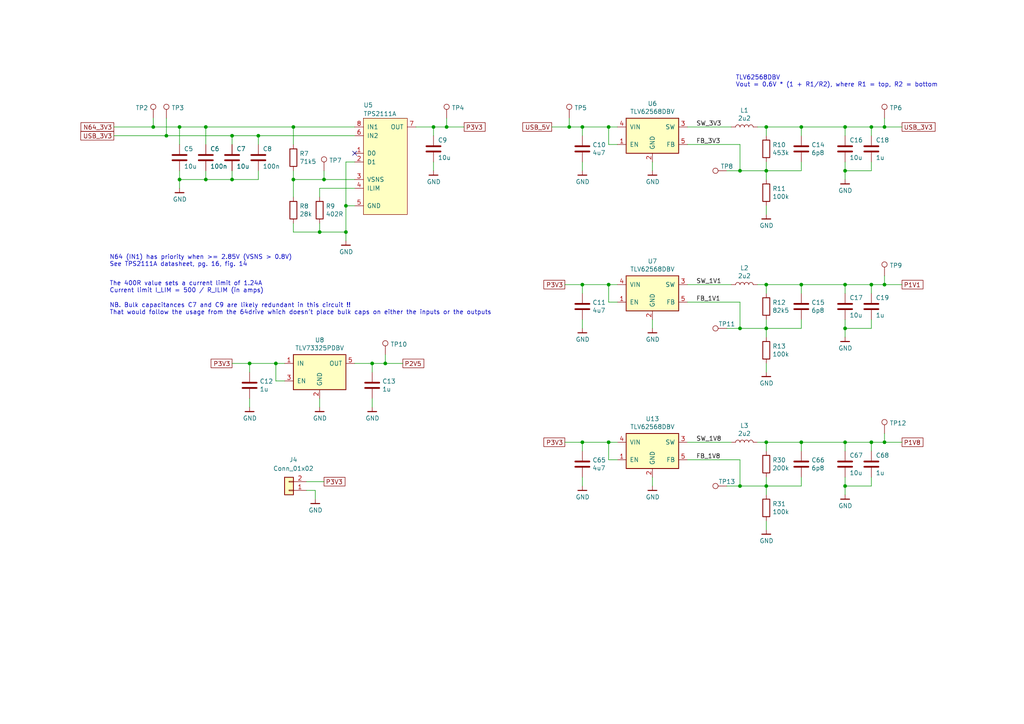
<source format=kicad_sch>
(kicad_sch (version 20231120) (generator "eeschema") (generator_version "8.0")
  (paper "A4")
  (lib_symbols
    (symbol "Connector:TestPoint" (pin_numbers hide) (pin_names (offset 0.762) hide)
      (property "Reference" "TP" (at 0 6.858 0))
      (property "Value" "TestPoint" (at 0 5.08 0))
      (symbol "TestPoint_0_1"
        (circle (center 0 3.302) (radius 0.762))
      )
      (symbol "TestPoint_1_1"
        (pin passive line (at 0 0 90) (length 2.54) (name "1") (number "1"))
      )
    )
    (symbol "Connector_Generic:Conn_01x02" (pin_names (offset 1.016) hide)
      (property "Reference" "J" (at 0 2.54 0))
      (property "Value" "Conn_01x02" (at 0 -5.08 0))
      (symbol "Conn_01x02_1_1"
        (rectangle (start -1.27 -2.413) (end 0 -2.667) (stroke (width 0.1524)))
        (rectangle (start -1.27 0.127) (end 0 -0.127) (stroke (width 0.1524)))
        (rectangle (start -1.27 1.27) (end 1.27 -3.81) (stroke (width 0.254)) (fill (type background)))
        (pin passive line (at -5.08 0 0) (length 3.81) (name "Pin_1") (number "1"))
        (pin passive line (at -5.08 -2.54 0) (length 3.81) (name "Pin_2") (number "2"))
      )
    )
    (symbol "Device:C" (pin_numbers hide) (pin_names (offset 0.254))
      (property "Reference" "C" (at 0.635 2.54 0))
      (property "Value" "C" (at 0.635 -2.54 0))
      (symbol "C_0_1"
        (polyline (pts (xy -2.032 -0.762) (xy 2.032 -0.762)) (stroke (width 0.508)))
        (polyline (pts (xy -2.032 0.762) (xy 2.032 0.762)) (stroke (width 0.508)))
      )
      (symbol "C_1_1"
        (pin passive line (at 0 3.81 270) (length 2.794) (name "~") (number "1"))
        (pin passive line (at 0 -3.81 90) (length 2.794) (name "~") (number "2"))
      )
    )
    (symbol "Device:L" (pin_numbers hide) (pin_names (offset 1.016) hide)
      (property "Reference" "L" (at -1.27 0 90))
      (property "Value" "L" (at 1.905 0 90))
      (symbol "L_0_1"
        (arc (start 0 -2.54) (mid 0.6323 -1.905) (end 0 -1.27))
        (arc (start 0 -1.27) (mid 0.6323 -0.635) (end 0 0))
        (arc (start 0 0) (mid 0.6323 0.635) (end 0 1.27))
        (arc (start 0 1.27) (mid 0.6323 1.905) (end 0 2.54))
      )
      (symbol "L_1_1"
        (pin passive line (at 0 3.81 270) (length 1.27) (name "1") (number "1"))
        (pin passive line (at 0 -3.81 90) (length 1.27) (name "2") (number "2"))
      )
    )
    (symbol "Device:R" (pin_numbers hide) (pin_names (offset 0))
      (property "Reference" "R" (at 2.032 0 90))
      (property "Value" "R" (at 0 0 90))
      (symbol "R_0_1"
        (rectangle (start -1.016 -2.54) (end 1.016 2.54) (stroke (width 0.254)))
      )
      (symbol "R_1_1"
        (pin passive line (at 0 3.81 270) (length 1.27) (name "~") (number "1"))
        (pin passive line (at 0 -3.81 90) (length 1.27) (name "~") (number "2"))
      )
    )
    (symbol "ng_pmic:TPS2111A" (pin_names (offset 1.016))
      (property "Reference" "U" (at -6.35 17.78 0))
      (property "Value" "TPS2111A" (at -6.35 15.24 0))
      (symbol "TPS2111A_0_1"
        (rectangle (start -6.35 13.97) (end 6.35 -13.97) (fill (type background)))
      )
      (symbol "TPS2111A_1_1"
        (pin passive line (at -8.89 3.81 0) (length 2.54) (name "D0") (number "1"))
        (pin passive line (at -8.89 1.27 0) (length 2.54) (name "D1") (number "2"))
        (pin input line (at -8.89 -3.81 0) (length 2.54) (name "VSNS") (number "3"))
        (pin input line (at -8.89 -6.35 0) (length 2.54) (name "ILIM") (number "4"))
        (pin power_in line (at -8.89 -11.43 0) (length 2.54) (name "GND") (number "5"))
        (pin power_in line (at -8.89 8.89 0) (length 2.54) (name "IN2") (number "6"))
        (pin power_out line (at 8.89 11.43 180) (length 2.54) (name "OUT") (number "7"))
        (pin power_in line (at -8.89 11.43 0) (length 2.54) (name "IN1") (number "8"))
      )
    )
    (symbol "ng_power:GND" (power) (pin_names (offset 0))
      (property "Value" "GND" (at 0 -2.54 0))
      (symbol "GND_0_1"
        (polyline (pts (xy 0 -1.27) (xy 0 0)))
        (polyline (pts (xy 1.27 -1.27) (xy -1.27 -1.27)) (stroke (width 0.3048)))
      )
      (symbol "GND_1_1"
        (pin power_in line (at 0 0 270) (length 0) hide (name "GND") (number "1"))
      )
    )
    (symbol "ng_regulator:LDO_SOT-23-5" (pin_names (offset 1.016))
      (property "Reference" "U" (at -7.62 7.62 0))
      (property "Value" "LDO_SOT-23-5" (at -7.62 5.08 0))
      (symbol "LDO_SOT-23-5_0_1"
        (rectangle (start -7.62 3.81) (end 7.62 -6.35) (stroke (width 0.254)) (fill (type background)))
      )
      (symbol "LDO_SOT-23-5_1_1"
        (pin power_in line (at -10.16 1.27 0) (length 2.54) (name "IN") (number "1"))
        (pin power_in line (at 0 -8.89 90) (length 2.54) (name "GND") (number "2"))
        (pin input line (at -10.16 -3.81 0) (length 2.54) (name "EN") (number "3"))
        (pin power_out line (at 10.16 1.27 180) (length 2.54) (name "OUT") (number "5"))
      )
    )
    (symbol "ng_regulator:TLV62568DBV" (pin_names (offset 1.016))
      (property "Reference" "U" (at -7.62 7.62 0))
      (property "Value" "TLV62568DBV" (at -7.62 5.08 0))
      (symbol "TLV62568DBV_0_1"
        (rectangle (start -7.62 3.81) (end 7.62 -6.35) (stroke (width 0.254)) (fill (type background)))
      )
      (symbol "TLV62568DBV_1_1"
        (pin input line (at -10.16 -3.81 0) (length 2.54) (name "EN") (number "1"))
        (pin power_in line (at 0 -8.89 90) (length 2.54) (name "GND") (number "2"))
        (pin power_out line (at 10.16 1.27 180) (length 2.54) (name "SW") (number "3"))
        (pin power_in line (at -10.16 1.27 0) (length 2.54) (name "VIN") (number "4"))
        (pin output line (at 10.16 -3.81 180) (length 2.54) (name "FB") (number "5"))
      )
    )
  )
  (junction (at 222.25 95.25))
  (junction (at 111.76 105.41))
  (junction (at 245.11 140.97))
  (junction (at 222.25 49.53))
  (junction (at 232.41 82.55))
  (junction (at 256.54 82.55))
  (junction (at 245.11 82.55))
  (junction (at 92.71 67.31))
  (junction (at 214.63 95.25))
  (junction (at 48.26 39.37))
  (junction (at 256.54 36.83))
  (junction (at 52.07 52.07))
  (junction (at 52.07 36.83))
  (junction (at 100.33 59.69))
  (junction (at 214.63 49.53))
  (junction (at 67.31 52.07))
  (junction (at 72.39 105.41))
  (junction (at 100.33 67.31))
  (junction (at 222.25 82.55))
  (junction (at 125.73 36.83))
  (junction (at 107.95 105.41))
  (junction (at 252.73 128.27))
  (junction (at 44.45 36.83))
  (junction (at 245.11 49.53))
  (junction (at 232.41 36.83))
  (junction (at 129.54 36.83))
  (junction (at 245.11 128.27))
  (junction (at 168.91 36.83))
  (junction (at 74.93 39.37))
  (junction (at 176.53 82.55))
  (junction (at 67.31 39.37))
  (junction (at 176.53 128.27))
  (junction (at 59.69 52.07))
  (junction (at 252.73 36.83))
  (junction (at 80.01 105.41))
  (junction (at 85.09 52.07))
  (junction (at 165.1 36.83))
  (junction (at 252.73 82.55))
  (junction (at 222.25 128.27))
  (junction (at 245.11 95.25))
  (junction (at 59.69 36.83))
  (junction (at 256.54 128.27))
  (junction (at 232.41 128.27))
  (junction (at 168.91 82.55))
  (junction (at 176.53 36.83))
  (junction (at 93.98 52.07))
  (junction (at 245.11 36.83))
  (junction (at 222.25 140.97))
  (junction (at 85.09 36.83))
  (junction (at 222.25 36.83))
  (junction (at 168.91 128.27))
  (junction (at 214.63 140.97))
  (no_connect (at 102.87 44.45))
  (wire (pts (xy 44.45 34.29) (xy 44.45 36.83)))
  (wire (pts (xy 232.41 140.97) (xy 222.25 140.97)))
  (wire (pts (xy 168.91 138.43) (xy 168.91 140.97)))
  (wire (pts (xy 129.54 36.83) (xy 134.62 36.83)))
  (wire (pts (xy 176.53 82.55) (xy 179.07 82.55)))
  (wire (pts (xy 85.09 52.07) (xy 85.09 57.15)))
  (wire (pts (xy 88.9 142.24) (xy 91.44 142.24)))
  (wire (pts (xy 222.25 105.41) (xy 222.25 107.95)))
  (wire (pts (xy 33.02 36.83) (xy 44.45 36.83)))
  (wire (pts (xy 222.25 59.69) (xy 222.25 62.23)))
  (wire (pts (xy 111.76 102.87) (xy 111.76 105.41)))
  (wire (pts (xy 48.26 39.37) (xy 67.31 39.37)))
  (wire (pts (xy 52.07 54.61) (xy 52.07 52.07)))
  (wire (pts (xy 222.25 143.51) (xy 222.25 140.97)))
  (wire (pts (xy 222.25 39.37) (xy 222.25 36.83)))
  (wire (pts (xy 88.9 139.7) (xy 93.98 139.7)))
  (wire (pts (xy 222.25 151.13) (xy 222.25 153.67)))
  (wire (pts (xy 245.11 49.53) (xy 245.11 52.07)))
  (wire (pts (xy 120.65 36.83) (xy 125.73 36.83)))
  (wire (pts (xy 232.41 82.55) (xy 245.11 82.55)))
  (wire (pts (xy 245.11 140.97) (xy 245.11 143.51)))
  (wire (pts (xy 245.11 82.55) (xy 252.73 82.55)))
  (wire (pts (xy 165.1 34.29) (xy 165.1 36.83)))
  (wire (pts (xy 214.63 140.97) (xy 222.25 140.97)))
  (wire (pts (xy 67.31 49.53) (xy 67.31 52.07)))
  (wire (pts (xy 252.73 82.55) (xy 256.54 82.55)))
  (wire (pts (xy 252.73 138.43) (xy 252.73 140.97)))
  (wire (pts (xy 256.54 80.01) (xy 256.54 82.55)))
  (wire (pts (xy 67.31 39.37) (xy 74.93 39.37)))
  (wire (pts (xy 107.95 105.41) (xy 102.87 105.41)))
  (wire (pts (xy 72.39 105.41) (xy 67.31 105.41)))
  (wire (pts (xy 176.53 87.63) (xy 176.53 82.55)))
  (wire (pts (xy 85.09 67.31) (xy 92.71 67.31)))
  (wire (pts (xy 59.69 49.53) (xy 59.69 52.07)))
  (wire (pts (xy 179.07 41.91) (xy 176.53 41.91)))
  (wire (pts (xy 72.39 105.41) (xy 72.39 107.95)))
  (wire (pts (xy 176.53 133.35) (xy 176.53 128.27)))
  (wire (pts (xy 232.41 138.43) (xy 232.41 140.97)))
  (wire (pts (xy 245.11 92.71) (xy 245.11 95.25)))
  (wire (pts (xy 222.25 82.55) (xy 232.41 82.55)))
  (wire (pts (xy 74.93 41.91) (xy 74.93 39.37)))
  (wire (pts (xy 168.91 36.83) (xy 168.91 39.37)))
  (wire (pts (xy 232.41 130.81) (xy 232.41 128.27)))
  (wire (pts (xy 52.07 49.53) (xy 52.07 52.07)))
  (wire (pts (xy 72.39 105.41) (xy 80.01 105.41)))
  (wire (pts (xy 245.11 95.25) (xy 252.73 95.25)))
  (wire (pts (xy 232.41 128.27) (xy 245.11 128.27)))
  (wire (pts (xy 252.73 36.83) (xy 256.54 36.83)))
  (wire (pts (xy 107.95 115.57) (xy 107.95 118.11)))
  (wire (pts (xy 232.41 46.99) (xy 232.41 49.53)))
  (wire (pts (xy 212.09 82.55) (xy 199.39 82.55)))
  (wire (pts (xy 189.23 92.71) (xy 189.23 95.25)))
  (wire (pts (xy 168.91 82.55) (xy 176.53 82.55)))
  (wire (pts (xy 245.11 46.99) (xy 245.11 49.53)))
  (wire (pts (xy 214.63 95.25) (xy 214.63 87.63)))
  (wire (pts (xy 222.25 128.27) (xy 232.41 128.27)))
  (wire (pts (xy 74.93 49.53) (xy 74.93 52.07)))
  (wire (pts (xy 245.11 36.83) (xy 252.73 36.83)))
  (wire (pts (xy 256.54 36.83) (xy 261.62 36.83)))
  (wire (pts (xy 52.07 52.07) (xy 59.69 52.07)))
  (wire (pts (xy 74.93 39.37) (xy 102.87 39.37)))
  (wire (pts (xy 256.54 125.73) (xy 256.54 128.27)))
  (wire (pts (xy 92.71 67.31) (xy 100.33 67.31)))
  (wire (pts (xy 125.73 36.83) (xy 129.54 36.83)))
  (wire (pts (xy 179.07 87.63) (xy 176.53 87.63)))
  (wire (pts (xy 92.71 54.61) (xy 102.87 54.61)))
  (wire (pts (xy 165.1 36.83) (xy 160.02 36.83)))
  (wire (pts (xy 92.71 57.15) (xy 92.71 54.61)))
  (wire (pts (xy 102.87 59.69) (xy 100.33 59.69)))
  (wire (pts (xy 222.25 36.83) (xy 232.41 36.83)))
  (wire (pts (xy 252.73 128.27) (xy 256.54 128.27)))
  (wire (pts (xy 80.01 105.41) (xy 82.55 105.41)))
  (wire (pts (xy 212.09 36.83) (xy 199.39 36.83)))
  (wire (pts (xy 107.95 105.41) (xy 111.76 105.41)))
  (wire (pts (xy 93.98 49.53) (xy 93.98 52.07)))
  (wire (pts (xy 168.91 46.99) (xy 168.91 49.53)))
  (wire (pts (xy 214.63 49.53) (xy 214.63 41.91)))
  (wire (pts (xy 59.69 36.83) (xy 85.09 36.83)))
  (wire (pts (xy 245.11 140.97) (xy 252.73 140.97)))
  (wire (pts (xy 214.63 49.53) (xy 222.25 49.53)))
  (wire (pts (xy 85.09 36.83) (xy 102.87 36.83)))
  (wire (pts (xy 168.91 82.55) (xy 168.91 85.09)))
  (wire (pts (xy 80.01 110.49) (xy 80.01 105.41)))
  (wire (pts (xy 92.71 115.57) (xy 92.71 118.11)))
  (wire (pts (xy 232.41 85.09) (xy 232.41 82.55)))
  (wire (pts (xy 222.25 95.25) (xy 222.25 92.71)))
  (wire (pts (xy 44.45 36.83) (xy 52.07 36.83)))
  (wire (pts (xy 85.09 49.53) (xy 85.09 52.07)))
  (wire (pts (xy 256.54 128.27) (xy 261.62 128.27)))
  (wire (pts (xy 219.71 128.27) (xy 222.25 128.27)))
  (wire (pts (xy 232.41 36.83) (xy 245.11 36.83)))
  (wire (pts (xy 222.25 130.81) (xy 222.25 128.27)))
  (wire (pts (xy 48.26 34.29) (xy 48.26 39.37)))
  (wire (pts (xy 232.41 95.25) (xy 222.25 95.25)))
  (wire (pts (xy 85.09 64.77) (xy 85.09 67.31)))
  (wire (pts (xy 59.69 41.91) (xy 59.69 36.83)))
  (wire (pts (xy 125.73 46.99) (xy 125.73 49.53)))
  (wire (pts (xy 214.63 133.35) (xy 199.39 133.35)))
  (wire (pts (xy 252.73 128.27) (xy 252.73 130.81)))
  (wire (pts (xy 232.41 39.37) (xy 232.41 36.83)))
  (wire (pts (xy 100.33 59.69) (xy 100.33 67.31)))
  (wire (pts (xy 85.09 41.91) (xy 85.09 36.83)))
  (wire (pts (xy 168.91 92.71) (xy 168.91 95.25)))
  (wire (pts (xy 67.31 52.07) (xy 74.93 52.07)))
  (wire (pts (xy 245.11 36.83) (xy 245.11 39.37)))
  (wire (pts (xy 256.54 82.55) (xy 261.62 82.55)))
  (wire (pts (xy 168.91 36.83) (xy 165.1 36.83)))
  (wire (pts (xy 100.33 69.85) (xy 100.33 67.31)))
  (wire (pts (xy 111.76 105.41) (xy 116.84 105.41)))
  (wire (pts (xy 232.41 92.71) (xy 232.41 95.25)))
  (wire (pts (xy 129.54 34.29) (xy 129.54 36.83)))
  (wire (pts (xy 222.25 140.97) (xy 222.25 138.43)))
  (wire (pts (xy 189.23 138.43) (xy 189.23 140.97)))
  (wire (pts (xy 222.25 97.79) (xy 222.25 95.25)))
  (wire (pts (xy 102.87 52.07) (xy 93.98 52.07)))
  (wire (pts (xy 214.63 49.53) (xy 210.82 49.53)))
  (wire (pts (xy 92.71 64.77) (xy 92.71 67.31)))
  (wire (pts (xy 245.11 128.27) (xy 245.11 130.81)))
  (wire (pts (xy 256.54 34.29) (xy 256.54 36.83)))
  (wire (pts (xy 214.63 140.97) (xy 210.82 140.97)))
  (wire (pts (xy 222.25 52.07) (xy 222.25 49.53)))
  (wire (pts (xy 72.39 115.57) (xy 72.39 118.11)))
  (wire (pts (xy 179.07 133.35) (xy 176.53 133.35)))
  (wire (pts (xy 214.63 95.25) (xy 210.82 95.25)))
  (wire (pts (xy 214.63 41.91) (xy 199.39 41.91)))
  (wire (pts (xy 168.91 128.27) (xy 163.83 128.27)))
  (wire (pts (xy 107.95 105.41) (xy 107.95 107.95)))
  (wire (pts (xy 245.11 95.25) (xy 245.11 97.79)))
  (wire (pts (xy 214.63 95.25) (xy 222.25 95.25)))
  (wire (pts (xy 85.09 52.07) (xy 93.98 52.07)))
  (wire (pts (xy 189.23 46.99) (xy 189.23 49.53)))
  (wire (pts (xy 222.25 85.09) (xy 222.25 82.55)))
  (wire (pts (xy 176.53 128.27) (xy 179.07 128.27)))
  (wire (pts (xy 100.33 46.99) (xy 102.87 46.99)))
  (wire (pts (xy 91.44 142.24) (xy 91.44 144.78)))
  (wire (pts (xy 82.55 110.49) (xy 80.01 110.49)))
  (wire (pts (xy 252.73 36.83) (xy 252.73 39.37)))
  (wire (pts (xy 212.09 128.27) (xy 199.39 128.27)))
  (wire (pts (xy 252.73 82.55) (xy 252.73 85.09)))
  (wire (pts (xy 176.53 36.83) (xy 179.07 36.83)))
  (wire (pts (xy 252.73 92.71) (xy 252.73 95.25)))
  (wire (pts (xy 222.25 49.53) (xy 222.25 46.99)))
  (wire (pts (xy 168.91 82.55) (xy 163.83 82.55)))
  (wire (pts (xy 33.02 39.37) (xy 48.26 39.37)))
  (wire (pts (xy 125.73 39.37) (xy 125.73 36.83)))
  (wire (pts (xy 168.91 36.83) (xy 176.53 36.83)))
  (wire (pts (xy 232.41 49.53) (xy 222.25 49.53)))
  (wire (pts (xy 52.07 36.83) (xy 59.69 36.83)))
  (wire (pts (xy 168.91 128.27) (xy 168.91 130.81)))
  (wire (pts (xy 245.11 128.27) (xy 252.73 128.27)))
  (wire (pts (xy 245.11 49.53) (xy 252.73 49.53)))
  (wire (pts (xy 214.63 140.97) (xy 214.63 133.35)))
  (wire (pts (xy 252.73 46.99) (xy 252.73 49.53)))
  (wire (pts (xy 214.63 87.63) (xy 199.39 87.63)))
  (wire (pts (xy 245.11 138.43) (xy 245.11 140.97)))
  (wire (pts (xy 100.33 59.69) (xy 100.33 46.99)))
  (wire (pts (xy 59.69 52.07) (xy 67.31 52.07)))
  (wire (pts (xy 219.71 36.83) (xy 222.25 36.83)))
  (wire (pts (xy 219.71 82.55) (xy 222.25 82.55)))
  (wire (pts (xy 67.31 41.91) (xy 67.31 39.37)))
  (wire (pts (xy 176.53 41.91) (xy 176.53 36.83)))
  (wire (pts (xy 168.91 128.27) (xy 176.53 128.27)))
  (wire (pts (xy 245.11 82.55) (xy 245.11 85.09)))
  (wire (pts (xy 52.07 41.91) (xy 52.07 36.83)))
  (text "The 400R value sets a current limit of 1.24A\nCurrent limit I_LIM = 500 / R_ILIM (in amps)" (at 31.75 85.09 0) (effects (font (size 1.27 1.27)) (justify left bottom)))
  (text "NB. Bulk capacitances C7 and C9 are likely redundant in this circuit !!\nThat would follow the usage from the 64drive which doesn’t place bulk caps on either the inputs or the outputs" (at 31.75 91.44 0) (effects (font (size 1.27 1.27)) (justify left bottom)))
  (text "TLV62568DBV\nVout = 0.6V * (1 + R1/R2), where R1 = top, R2 = bottom" (at 213.36 25.4 0) (effects (font (size 1.27 1.27)) (justify left bottom)))
  (text "N64 (IN1) has priority when >= 2.85V (VSNS > 0.8V)\nSee TPS2111A datasheet, pg. 16, fig. 14" (at 31.75 77.47 0) (effects (font (size 1.27 1.27)) (justify left bottom)))
  (label "FB_1V1" (at 201.93 87.63 0))
  (label "SW_1V8" (at 201.93 128.27 0))
  (label "FB_3V3" (at 201.93 41.91 0))
  (label "SW_1V1" (at 201.93 82.55 0))
  (label "SW_3V3" (at 201.93 36.83 0))
  (label "FB_1V8" (at 201.93 133.35 0))
  (global_label "P1V1" (shape passive) (at 261.62 82.55 0) (property "Intersheetrefs" "${INTERSHEET_REFS}" (effects (hide yes))))
  (global_label "N64_3V3" (shape passive) (at 33.02 36.83 180) (property "Intersheetrefs" "${INTERSHEET_REFS}" (effects (hide yes))))
  (global_label "P2V5" (shape passive) (at 116.84 105.41 0) (property "Intersheetrefs" "${INTERSHEET_REFS}" (effects (hide yes))))
  (global_label "P1V8" (shape passive) (at 261.62 128.27 0) (property "Intersheetrefs" "${INTERSHEET_REFS}" (effects (hide yes))))
  (global_label "P3V3" (shape passive) (at 93.98 139.7 0) (property "Intersheetrefs" "${INTERSHEET_REFS}" (effects (hide yes))))
  (global_label "P3V3" (shape passive) (at 163.83 82.55 180) (property "Intersheetrefs" "${INTERSHEET_REFS}" (effects (hide yes))))
  (global_label "USB_3V3" (shape passive) (at 261.62 36.83 0) (property "Intersheetrefs" "${INTERSHEET_REFS}" (effects (hide yes))))
  (global_label "USB_3V3" (shape passive) (at 33.02 39.37 180) (property "Intersheetrefs" "${INTERSHEET_REFS}" (effects (hide yes))))
  (global_label "P3V3" (shape passive) (at 134.62 36.83 0) (property "Intersheetrefs" "${INTERSHEET_REFS}" (effects (hide yes))))
  (global_label "USB_5V" (shape passive) (at 160.02 36.83 180) (property "Intersheetrefs" "${INTERSHEET_REFS}" (effects (hide yes))))
  (global_label "P3V3" (shape passive) (at 67.31 105.41 180) (property "Intersheetrefs" "${INTERSHEET_REFS}" (effects (hide yes))))
  (global_label "P3V3" (shape passive) (at 163.83 128.27 180) (property "Intersheetrefs" "${INTERSHEET_REFS}" (effects (hide yes))))
  (symbol (lib_id "ng_pmic:TPS2111A") (at 111.76 48.26 0) (unit 1)
    (property "Reference" "U5" (at 105.41 30.48 0) (effects (justify left)))
    (property "Value" "TPS2111A" (at 105.41 33.02 0) (effects (justify left)))
    (property "Footprint" "Package_SO:TSSOP-8_4.4x3mm_P0.65mm" (effects (hide yes)))
    (property "Datasheet" "https://www.ti.com/lit/ds/symlink/tps2111a.pdf" (effects (hide yes)))
    (property "MFR" "TI" (effects (hide yes)))
    (property "MPN" "TPS2111APWR" (effects (hide yes)))
  )
  (symbol (lib_id "Device:R") (at 92.71 60.96 0) (unit 1)
    (property "Reference" "R9" (at 94.488 59.7916 0) (effects (justify left)))
    (property "Value" "402R" (at 94.488 62.103 0) (effects (justify left)))
    (property "Footprint" "Resistor_SMD:R_0402_1005Metric" (effects (hide yes)))
    (property "MFR" "Yageo" (effects (hide yes)))
    (property "MPN" "RC0402FR-07402RL" (effects (hide yes)))
  )
  (symbol (lib_id "Device:R") (at 85.09 60.96 0) (unit 1)
    (property "Reference" "R8" (at 86.868 59.7916 0) (effects (justify left)))
    (property "Value" "28k" (at 86.868 62.103 0) (effects (justify left)))
    (property "Footprint" "Resistor_SMD:R_0402_1005Metric" (effects (hide yes)))
    (property "MFR" "Yageo" (effects (hide yes)))
    (property "MPN" "RC0402FR-0728KL" (effects (hide yes)))
  )
  (symbol (lib_id "Device:R") (at 85.09 45.72 0) (unit 1)
    (property "Reference" "R7" (at 86.868 44.5516 0) (effects (justify left)))
    (property "Value" "71k5" (at 86.868 46.863 0) (effects (justify left)))
    (property "Footprint" "Resistor_SMD:R_0402_1005Metric" (effects (hide yes)))
    (property "MFR" "Yageo" (effects (hide yes)))
    (property "MPN" "RC0402FR-0771K5L" (effects (hide yes)))
  )
  (symbol (lib_id "ng_power:GND") (at 100.33 69.85 0) (unit 1)
    (property "Reference" "#PWR018" (effects (hide yes)))
    (property "Value" "GND" (at 100.4062 73.0504 0))
  )
  (symbol (lib_id "Device:C") (at 74.93 45.72 0) (unit 1)
    (property "Reference" "C8" (at 76.2 43.18 0) (effects (justify left)))
    (property "Value" "100n" (at 76.2 48.26 0) (effects (justify left)))
    (property "Footprint" "Capacitor_SMD:C_0402_1005Metric" (effects (hide yes)))
    (property "MPN" "CL05B104KO5NNNC" (effects (hide yes)))
    (property "MFR" "Samsung" (effects (hide yes)))
  )
  (symbol (lib_id "Device:C") (at 59.69 45.72 0) (unit 1)
    (property "Reference" "C6" (at 60.96 43.18 0) (effects (justify left)))
    (property "Value" "100n" (at 60.96 48.26 0) (effects (justify left)))
    (property "Footprint" "Capacitor_SMD:C_0402_1005Metric" (effects (hide yes)))
    (property "MPN" "CL05B104KO5NNNC" (effects (hide yes)))
    (property "MFR" "Samsung" (effects (hide yes)))
  )
  (symbol (lib_id "Device:C") (at 125.73 43.18 0) (unit 1)
    (property "Reference" "C9" (at 127 40.64 0) (effects (justify left)))
    (property "Value" "10u" (at 127 45.72 0) (effects (justify left)))
    (property "Footprint" "Capacitor_SMD:C_0603_1608Metric" (effects (hide yes)))
    (property "MPN" "CL10A106MQ8NNND" (effects (hide yes)))
    (property "MFR" "Samsung" (effects (hide yes)))
  )
  (symbol (lib_id "ng_power:GND") (at 125.73 49.53 0) (unit 1)
    (property "Reference" "#PWR0101" (effects (hide yes)))
    (property "Value" "GND" (at 125.8062 52.7304 0))
  )
  (symbol (lib_id "ng_power:GND") (at 52.07 54.61 0) (unit 1)
    (property "Reference" "#PWR017" (effects (hide yes)))
    (property "Value" "GND" (at 52.1462 57.8104 0))
  )
  (symbol (lib_id "ng_power:GND") (at 245.11 97.79 0) (unit 1)
    (property "Reference" "#PWR029" (effects (hide yes)))
    (property "Value" "GND" (at 245.1862 100.9904 0))
  )
  (symbol (lib_id "Device:C") (at 252.73 88.9 0) (unit 1)
    (property "Reference" "C19" (at 254 86.36 0) (effects (justify left)))
    (property "Value" "1u" (at 254 91.44 0) (effects (justify left)))
    (property "Footprint" "Capacitor_SMD:C_0402_1005Metric" (effects (hide yes)))
    (property "MFR" "Samsung" (effects (hide yes)))
    (property "MPN" "CL05A105KO5NNNC" (effects (hide yes)))
  )
  (symbol (lib_id "Device:C") (at 232.41 88.9 0) (unit 1)
    (property "Reference" "C15" (at 235.331 87.7316 0) (effects (justify left)))
    (property "Value" "6p8" (at 235.331 90.043 0) (effects (justify left)))
    (property "Footprint" "Capacitor_SMD:C_0402_1005Metric" (effects (hide yes)))
    (property "MFR" "Yageo" (effects (hide yes)))
    (property "MPN" "CC0402CRNPO9BN6R8" (effects (hide yes)))
  )
  (symbol (lib_id "Device:R") (at 222.25 88.9 0) (unit 1)
    (property "Reference" "R12" (at 224.028 87.7316 0) (effects (justify left)))
    (property "Value" "82k5" (at 224.028 90.043 0) (effects (justify left)))
    (property "Footprint" "Resistor_SMD:R_0402_1005Metric" (effects (hide yes)))
    (property "MPN" "RC0402FR-0782K5L" (effects (hide yes)))
    (property "MFR" "Yageo" (effects (hide yes)))
  )
  (symbol (lib_id "ng_power:GND") (at 222.25 107.95 0) (unit 1)
    (property "Reference" "#PWR027" (effects (hide yes)))
    (property "Value" "GND" (at 222.3262 111.1504 0))
  )
  (symbol (lib_id "ng_power:GND") (at 168.91 95.25 0) (unit 1)
    (property "Reference" "#PWR020" (effects (hide yes)))
    (property "Value" "GND" (at 168.9862 98.4504 0))
  )
  (symbol (lib_id "ng_power:GND") (at 189.23 95.25 0) (unit 1)
    (property "Reference" "#PWR023" (effects (hide yes)))
    (property "Value" "GND" (at 189.3062 98.4504 0))
  )
  (symbol (lib_id "Device:C") (at 168.91 88.9 0) (unit 1)
    (property "Reference" "C11" (at 171.831 87.7316 0) (effects (justify left)))
    (property "Value" "4u7" (at 171.831 90.043 0) (effects (justify left)))
    (property "Footprint" "Capacitor_SMD:C_0402_1005Metric" (effects (hide yes)))
    (property "MFR" "Samsung" (effects (hide yes)))
    (property "MPN" "CL05A475KP5NRNC" (effects (hide yes)))
  )
  (symbol (lib_id "Device:C") (at 245.11 88.9 0) (unit 1)
    (property "Reference" "C17" (at 246.38 86.36 0) (effects (justify left)))
    (property "Value" "10u" (at 246.38 91.44 0) (effects (justify left)))
    (property "Footprint" "Capacitor_SMD:C_0603_1608Metric" (effects (hide yes)))
    (property "MFR" "Samsung" (effects (hide yes)))
    (property "MPN" "CL10A106MQ8NNND" (effects (hide yes)))
  )
  (symbol (lib_id "Device:R") (at 222.25 101.6 0) (unit 1)
    (property "Reference" "R13" (at 224.028 100.4316 0) (effects (justify left)))
    (property "Value" "100k" (at 224.028 102.743 0) (effects (justify left)))
    (property "Footprint" "Resistor_SMD:R_0402_1005Metric" (effects (hide yes)))
    (property "MPN" "RC0402FR-07100KL" (effects (hide yes)))
    (property "MFR" "Yageo" (effects (hide yes)))
  )
  (symbol (lib_id "Device:L") (at 215.9 82.55 90) (unit 1)
    (property "Reference" "L2" (at 215.9 77.724 90))
    (property "Value" "2u2" (at 215.9 80.0354 90))
    (property "Footprint" "Inductor_SMD:L_0805_2012Metric" (effects (hide yes)))
    (property "Datasheet" "https://www.mouser.com/datasheet/2/281/JELF243B-0028-1634172.pdf" (effects (hide yes)))
    (property "MFR" "Murata" (effects (hide yes)))
    (property "MPN" "LQM21PN2R2NGCD" (effects (hide yes)))
  )
  (symbol (lib_id "ng_regulator:TLV62568DBV") (at 189.23 83.82 0) (unit 1)
    (property "Reference" "U7" (at 189.23 75.7682 0))
    (property "Value" "TLV62568DBV" (at 189.23 78.0796 0))
    (property "Footprint" "Package_TO_SOT_SMD:SOT-23-5" (effects (hide yes)))
    (property "Datasheet" "https://www.ti.com/lit/ds/symlink/tlv62568.pdf" (effects (hide yes)))
    (property "MFR" "TI" (effects (hide yes)))
    (property "MPN" "TLV62568DBVR" (effects (hide yes)))
  )
  (symbol (lib_id "ng_regulator:LDO_SOT-23-5") (at 92.71 106.68 0) (unit 1)
    (property "Reference" "U8" (at 92.71 98.6282 0))
    (property "Value" "TLV73325PDBV" (at 92.71 100.9396 0))
    (property "Footprint" "Package_TO_SOT_SMD:SOT-23-5" (effects (hide yes)))
    (property "Datasheet" "https://www.ti.com/lit/ds/symlink/tlv733p.pdf" (effects (hide yes)))
    (property "MFR" "TI" (effects (hide yes)))
    (property "MPN" "TLV73325PDBVR" (effects (hide yes)))
  )
  (symbol (lib_id "ng_power:GND") (at 72.39 118.11 0) (unit 1)
    (property "Reference" "#PWR021" (effects (hide yes)))
    (property "Value" "GND" (at 72.4662 121.3104 0))
  )
  (symbol (lib_id "Device:C") (at 72.39 111.76 0) (unit 1)
    (property "Reference" "C12" (at 75.311 110.5916 0) (effects (justify left)))
    (property "Value" "1u" (at 75.311 112.903 0) (effects (justify left)))
    (property "Footprint" "Capacitor_SMD:C_0402_1005Metric" (effects (hide yes)))
    (property "MFR" "Samsung" (effects (hide yes)))
    (property "MPN" "CL05A105KO5NNNC" (effects (hide yes)))
  )
  (symbol (lib_id "ng_power:GND") (at 92.71 118.11 0) (unit 1)
    (property "Reference" "#PWR024" (effects (hide yes)))
    (property "Value" "GND" (at 92.7862 121.3104 0))
  )
  (symbol (lib_id "ng_power:GND") (at 107.95 118.11 0) (unit 1)
    (property "Reference" "#PWR025" (effects (hide yes)))
    (property "Value" "GND" (at 108.0262 121.3104 0))
  )
  (symbol (lib_id "Device:C") (at 107.95 111.76 0) (unit 1)
    (property "Reference" "C13" (at 110.871 110.5916 0) (effects (justify left)))
    (property "Value" "1u" (at 110.871 112.903 0) (effects (justify left)))
    (property "Footprint" "Capacitor_SMD:C_0402_1005Metric" (effects (hide yes)))
    (property "MFR" "Samsung" (effects (hide yes)))
    (property "MPN" "CL05A105KO5NNNC" (effects (hide yes)))
  )
  (symbol (lib_id "ng_regulator:TLV62568DBV") (at 189.23 38.1 0) (unit 1)
    (property "Reference" "U6" (at 189.23 30.0482 0))
    (property "Value" "TLV62568DBV" (at 189.23 32.3596 0))
    (property "Footprint" "Package_TO_SOT_SMD:SOT-23-5" (effects (hide yes)))
    (property "Datasheet" "https://www.ti.com/lit/ds/symlink/tlv62568.pdf" (effects (hide yes)))
    (property "MFR" "TI" (effects (hide yes)))
    (property "MPN" "TLV62568DBVR" (effects (hide yes)))
  )
  (symbol (lib_id "Device:L") (at 215.9 36.83 90) (unit 1)
    (property "Reference" "L1" (at 215.9 32.004 90))
    (property "Value" "2u2" (at 215.9 34.3154 90))
    (property "Footprint" "Inductor_SMD:L_0805_2012Metric" (effects (hide yes)))
    (property "Datasheet" "https://www.mouser.com/datasheet/2/281/JELF243B-0028-1634172.pdf" (effects (hide yes)))
    (property "MFR" "Murata" (effects (hide yes)))
    (property "MPN" "LQM21PN2R2NGCD" (effects (hide yes)))
  )
  (symbol (lib_id "Device:R") (at 222.25 55.88 0) (unit 1)
    (property "Reference" "R11" (at 224.028 54.7116 0) (effects (justify left)))
    (property "Value" "100k" (at 224.028 57.023 0) (effects (justify left)))
    (property "Footprint" "Resistor_SMD:R_0402_1005Metric" (effects (hide yes)))
    (property "MPN" "RC0402FR-07100KL" (effects (hide yes)))
    (property "MFR" "Yageo" (effects (hide yes)))
  )
  (symbol (lib_id "Device:C") (at 245.11 43.18 0) (unit 1)
    (property "Reference" "C16" (at 246.38 40.64 0) (effects (justify left)))
    (property "Value" "10u" (at 246.38 45.72 0) (effects (justify left)))
    (property "Footprint" "Capacitor_SMD:C_0603_1608Metric" (effects (hide yes)))
    (property "MFR" "Samsung" (effects (hide yes)))
    (property "MPN" "CL10A106MQ8NNND" (effects (hide yes)))
  )
  (symbol (lib_id "Device:C") (at 168.91 43.18 0) (unit 1)
    (property "Reference" "C10" (at 171.831 42.0116 0) (effects (justify left)))
    (property "Value" "4u7" (at 171.831 44.323 0) (effects (justify left)))
    (property "Footprint" "Capacitor_SMD:C_0402_1005Metric" (effects (hide yes)))
    (property "MFR" "Samsung" (effects (hide yes)))
    (property "MPN" "CL05A475KP5NRNC" (effects (hide yes)))
  )
  (symbol (lib_id "ng_power:GND") (at 189.23 49.53 0) (unit 1)
    (property "Reference" "#PWR022" (effects (hide yes)))
    (property "Value" "GND" (at 189.3062 52.7304 0))
  )
  (symbol (lib_id "ng_power:GND") (at 168.91 49.53 0) (unit 1)
    (property "Reference" "#PWR019" (effects (hide yes)))
    (property "Value" "GND" (at 168.9862 52.7304 0))
  )
  (symbol (lib_id "ng_power:GND") (at 222.25 62.23 0) (unit 1)
    (property "Reference" "#PWR026" (effects (hide yes)))
    (property "Value" "GND" (at 222.3262 65.4304 0))
  )
  (symbol (lib_id "Device:R") (at 222.25 43.18 0) (unit 1)
    (property "Reference" "R10" (at 224.028 42.0116 0) (effects (justify left)))
    (property "Value" "453k" (at 224.028 44.323 0) (effects (justify left)))
    (property "Footprint" "Resistor_SMD:R_0402_1005Metric" (effects (hide yes)))
    (property "MPN" "RC0402FR-07453KL" (effects (hide yes)))
    (property "MFR" "Yageo" (effects (hide yes)))
  )
  (symbol (lib_id "Device:C") (at 232.41 43.18 0) (unit 1)
    (property "Reference" "C14" (at 235.331 42.0116 0) (effects (justify left)))
    (property "Value" "6p8" (at 235.331 44.323 0) (effects (justify left)))
    (property "Footprint" "Capacitor_SMD:C_0402_1005Metric" (effects (hide yes)))
    (property "MFR" "Yageo" (effects (hide yes)))
    (property "MPN" "CC0402CRNPO9BN6R8" (effects (hide yes)))
  )
  (symbol (lib_id "Device:C") (at 252.73 43.18 0) (unit 1)
    (property "Reference" "C18" (at 254 40.64 0) (effects (justify left)))
    (property "Value" "1u" (at 254 45.72 0) (effects (justify left)))
    (property "Footprint" "Capacitor_SMD:C_0402_1005Metric" (effects (hide yes)))
    (property "MFR" "Samsung" (effects (hide yes)))
    (property "MPN" "CL05A105KO5NNNC" (effects (hide yes)))
  )
  (symbol (lib_id "ng_power:GND") (at 245.11 52.07 0) (unit 1)
    (property "Reference" "#PWR028" (effects (hide yes)))
    (property "Value" "GND" (at 245.1862 55.2704 0))
  )
  (symbol (lib_id "ng_regulator:TLV62568DBV") (at 189.23 129.54 0) (unit 1)
    (property "Reference" "U13" (at 189.23 121.4882 0))
    (property "Value" "TLV62568DBV" (at 189.23 123.7996 0))
    (property "Footprint" "Package_TO_SOT_SMD:SOT-23-5" (effects (hide yes)))
    (property "Datasheet" "https://www.ti.com/lit/ds/symlink/tlv62568.pdf" (effects (hide yes)))
    (property "MFR" "TI" (effects (hide yes)))
    (property "MPN" "TLV62568DBVR" (effects (hide yes)))
  )
  (symbol (lib_id "Device:L") (at 215.9 128.27 90) (unit 1)
    (property "Reference" "L3" (at 215.9 123.444 90))
    (property "Value" "2u2" (at 215.9 125.7554 90))
    (property "Footprint" "Inductor_SMD:L_0805_2012Metric" (effects (hide yes)))
    (property "Datasheet" "https://www.mouser.com/datasheet/2/281/JELF243B-0028-1634172.pdf" (effects (hide yes)))
    (property "MFR" "Murata" (effects (hide yes)))
    (property "MPN" "LQM21PN2R2NGCD" (effects (hide yes)))
  )
  (symbol (lib_id "Device:R") (at 222.25 147.32 0) (unit 1)
    (property "Reference" "R31" (at 224.028 146.1516 0) (effects (justify left)))
    (property "Value" "100k" (at 224.028 148.463 0) (effects (justify left)))
    (property "Footprint" "Resistor_SMD:R_0402_1005Metric" (effects (hide yes)))
    (property "MPN" "RC0402FR-07100KL" (effects (hide yes)))
    (property "MFR" "Yageo" (effects (hide yes)))
  )
  (symbol (lib_id "Device:C") (at 245.11 134.62 0) (unit 1)
    (property "Reference" "C67" (at 246.38 132.08 0) (effects (justify left)))
    (property "Value" "10u" (at 246.38 137.16 0) (effects (justify left)))
    (property "Footprint" "Capacitor_SMD:C_0603_1608Metric" (effects (hide yes)))
    (property "MFR" "Samsung" (effects (hide yes)))
    (property "MPN" "CL10A106MQ8NNND" (effects (hide yes)))
  )
  (symbol (lib_id "Device:C") (at 168.91 134.62 0) (unit 1)
    (property "Reference" "C65" (at 171.831 133.4516 0) (effects (justify left)))
    (property "Value" "4u7" (at 171.831 135.763 0) (effects (justify left)))
    (property "Footprint" "Capacitor_SMD:C_0402_1005Metric" (effects (hide yes)))
    (property "MFR" "Samsung" (effects (hide yes)))
    (property "MPN" "CL05A475KP5NRNC" (effects (hide yes)))
  )
  (symbol (lib_id "ng_power:GND") (at 189.23 140.97 0) (unit 1)
    (property "Reference" "#PWR065" (effects (hide yes)))
    (property "Value" "GND" (at 189.3062 144.1704 0))
  )
  (symbol (lib_id "ng_power:GND") (at 168.91 140.97 0) (unit 1)
    (property "Reference" "#PWR064" (effects (hide yes)))
    (property "Value" "GND" (at 168.9862 144.1704 0))
  )
  (symbol (lib_id "ng_power:GND") (at 222.25 153.67 0) (unit 1)
    (property "Reference" "#PWR066" (effects (hide yes)))
    (property "Value" "GND" (at 222.3262 156.8704 0))
  )
  (symbol (lib_id "Device:R") (at 222.25 134.62 0) (unit 1)
    (property "Reference" "R30" (at 224.028 133.4516 0) (effects (justify left)))
    (property "Value" "200k" (at 224.028 135.763 0) (effects (justify left)))
    (property "Footprint" "Resistor_SMD:R_0402_1005Metric" (effects (hide yes)))
    (property "MFR" "Yageo" (effects (hide yes)))
    (property "MPN" "RC0402FR-07200KL" (effects (hide yes)))
  )
  (symbol (lib_id "Device:C") (at 232.41 134.62 0) (unit 1)
    (property "Reference" "C66" (at 235.331 133.4516 0) (effects (justify left)))
    (property "Value" "6p8" (at 235.331 135.763 0) (effects (justify left)))
    (property "Footprint" "Capacitor_SMD:C_0402_1005Metric" (effects (hide yes)))
    (property "MFR" "Yageo" (effects (hide yes)))
    (property "MPN" "CC0402CRNPO9BN6R8" (effects (hide yes)))
  )
  (symbol (lib_id "Device:C") (at 252.73 134.62 0) (unit 1)
    (property "Reference" "C68" (at 254 132.08 0) (effects (justify left)))
    (property "Value" "1u" (at 254 137.16 0) (effects (justify left)))
    (property "Footprint" "Capacitor_SMD:C_0402_1005Metric" (effects (hide yes)))
    (property "MFR" "Samsung" (effects (hide yes)))
    (property "MPN" "CL05A105KO5NNNC" (effects (hide yes)))
  )
  (symbol (lib_id "ng_power:GND") (at 245.11 143.51 0) (unit 1)
    (property "Reference" "#PWR067" (effects (hide yes)))
    (property "Value" "GND" (at 245.1862 146.7104 0))
  )
  (symbol (lib_id "Device:C") (at 67.31 45.72 0) (unit 1)
    (property "Reference" "C7" (at 68.58 43.18 0) (effects (justify left)))
    (property "Value" "10u" (at 68.58 48.26 0) (effects (justify left)))
    (property "Footprint" "Capacitor_SMD:C_0603_1608Metric" (effects (hide yes)))
    (property "MPN" "CL10A106MQ8NNND" (effects (hide yes)))
    (property "MFR" "Samsung" (effects (hide yes)))
  )
  (symbol (lib_id "Device:C") (at 52.07 45.72 0) (unit 1)
    (property "Reference" "C5" (at 53.34 43.18 0) (effects (justify left)))
    (property "Value" "10u" (at 53.34 48.26 0) (effects (justify left)))
    (property "Footprint" "Capacitor_SMD:C_0603_1608Metric" (effects (hide yes)))
    (property "MPN" "CL10A106MQ8NNND" (effects (hide yes)))
    (property "MFR" "Samsung" (effects (hide yes)))
  )
  (symbol (lib_id "Connector:TestPoint") (at 256.54 34.29 0) (unit 1)
    (property "Reference" "TP6" (at 258.0132 31.2928 0) (effects (justify left)))
    (property "Value" "TestPoint" (effects (hide yes)))
    (property "Footprint" "TestPoint:TestPoint_Pad_D1.0mm" (effects (hide yes)))
  )
  (symbol (lib_id "Connector:TestPoint") (at 256.54 80.01 0) (unit 1)
    (property "Reference" "TP9" (at 258.0132 77.0128 0) (effects (justify left)))
    (property "Value" "TestPoint" (effects (hide yes)))
    (property "Footprint" "TestPoint:TestPoint_Pad_D1.0mm" (effects (hide yes)))
  )
  (symbol (lib_id "Connector:TestPoint") (at 256.54 125.73 0) (unit 1)
    (property "Reference" "TP12" (at 258.0132 122.7328 0) (effects (justify left)))
    (property "Value" "TestPoint" (effects (hide yes)))
    (property "Footprint" "TestPoint:TestPoint_Pad_D1.0mm" (effects (hide yes)))
  )
  (symbol (lib_id "Connector:TestPoint") (at 48.26 34.29 0) (unit 1)
    (property "Reference" "TP3" (at 49.7332 31.2928 0) (effects (justify left)))
    (property "Value" "TestPoint" (effects (hide yes)))
    (property "Footprint" "TestPoint:TestPoint_Pad_D1.0mm" (effects (hide yes)))
  )
  (symbol (lib_id "Connector:TestPoint") (at 111.76 102.87 0) (unit 1)
    (property "Reference" "TP10" (at 113.2332 99.8728 0) (effects (justify left)))
    (property "Value" "TestPoint" (effects (hide yes)))
    (property "Footprint" "TestPoint:TestPoint_Pad_D1.0mm" (effects (hide yes)))
  )
  (symbol (lib_id "Connector:TestPoint") (at 165.1 34.29 0) (unit 1)
    (property "Reference" "TP5" (at 166.5732 31.2928 0) (effects (justify left)))
    (property "Value" "TestPoint" (effects (hide yes)))
    (property "Footprint" "TestPoint:TestPoint_Pad_D1.0mm" (effects (hide yes)))
  )
  (symbol (lib_id "Connector:TestPoint") (at 44.45 34.29 0) (unit 1)
    (property "Reference" "TP2" (at 42.9768 31.2928 0) (effects (justify right)))
    (property "Value" "TestPoint" (effects (hide yes)))
    (property "Footprint" "TestPoint:TestPoint_Pad_D1.0mm" (effects (hide yes)))
  )
  (symbol (lib_id "Connector:TestPoint") (at 129.54 34.29 0) (unit 1)
    (property "Reference" "TP4" (at 131.0132 31.2928 0) (effects (justify left)))
    (property "Value" "TestPoint" (effects (hide yes)))
    (property "Footprint" "TestPoint:TestPoint_Pad_D1.0mm" (effects (hide yes)))
  )
  (symbol (lib_id "Connector:TestPoint") (at 93.98 49.53 0) (unit 1)
    (property "Reference" "TP7" (at 95.4532 46.5328 0) (effects (justify left)))
    (property "Value" "TestPoint" (effects (hide yes)))
    (property "Footprint" "TestPoint:TestPoint_Pad_D1.0mm" (effects (hide yes)))
  )
  (symbol (lib_id "Connector:TestPoint") (at 210.82 49.53 90) (unit 1)
    (property "Reference" "TP8" (at 210.82 48.26 90))
    (property "Value" "TestPoint" (effects (hide yes)))
    (property "Footprint" "TestPoint:TestPoint_Pad_D1.0mm" (effects (hide yes)))
  )
  (symbol (lib_id "Connector:TestPoint") (at 210.82 95.25 90) (unit 1)
    (property "Reference" "TP11" (at 210.82 93.98 90))
    (property "Value" "TestPoint" (effects (hide yes)))
    (property "Footprint" "TestPoint:TestPoint_Pad_D1.0mm" (effects (hide yes)))
  )
  (symbol (lib_id "Connector:TestPoint") (at 210.82 140.97 90) (unit 1)
    (property "Reference" "TP13" (at 210.82 139.7 90))
    (property "Value" "TestPoint" (effects (hide yes)))
    (property "Footprint" "TestPoint:TestPoint_Pad_D1.0mm" (effects (hide yes)))
  )
  (symbol (lib_id "Connector_Generic:Conn_01x02") (at 83.82 142.24 180) (unit 1)
    (property "Reference" "J4" (at 85.09 133.35 0))
    (property "Value" "Conn_01x02" (at 85.09 135.89 0))
    (property "Footprint" "Connector_PinHeader_2.54mm:PinHeader_1x02_P2.54mm_Vertical" (effects (hide yes)))
    (property "MFR" "Molex" (effects (hide yes)))
    (property "MPN" "22284020" (effects (hide yes)))
  )
  (symbol (lib_id "ng_power:GND") (at 91.44 144.78 0) (unit 1)
    (property "Reference" "#PWR0102" (effects (hide yes)))
    (property "Value" "GND" (at 91.5162 147.9804 0))
  )
)
</source>
